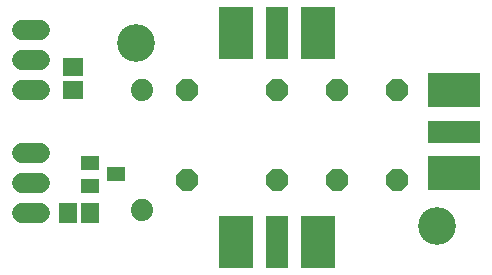
<source format=gbr>
G04 EAGLE Gerber RS-274X export*
G75*
%MOMM*%
%FSLAX34Y34*%
%LPD*%
%INSoldermask Bottom*%
%IPPOS*%
%AMOC8*
5,1,8,0,0,1.08239X$1,22.5*%
G01*
%ADD10C,3.203200*%
%ADD11C,1.879600*%
%ADD12R,1.603200X1.203200*%
%ADD13R,1.503200X1.703200*%
%ADD14R,1.803200X1.503200*%
%ADD15C,1.727200*%
%ADD16R,1.981200X4.394200*%
%ADD17R,2.870200X4.394200*%
%ADD18R,4.394200X1.981200*%
%ADD19R,4.394200X2.870200*%
%ADD20P,1.951766X8X202.500000*%
%ADD21P,1.951766X8X22.500000*%


D10*
X109520Y190000D03*
X364520Y35000D03*
D11*
X114300Y48260D03*
X114300Y149860D03*
D12*
X92280Y78740D03*
X70280Y88240D03*
X70280Y69240D03*
D13*
X51460Y45720D03*
X70460Y45720D03*
D14*
X55880Y150020D03*
X55880Y170020D03*
D15*
X27940Y149860D02*
X12700Y149860D01*
X12700Y175260D02*
X27940Y175260D01*
X27940Y200660D02*
X12700Y200660D01*
X12700Y45720D02*
X27940Y45720D01*
X27940Y71120D02*
X12700Y71120D01*
X12700Y96520D02*
X27940Y96520D01*
D16*
X228600Y21154D03*
D17*
X263546Y21154D03*
X193654Y21154D03*
D16*
X228600Y198846D03*
D17*
X193654Y198846D03*
X263546Y198846D03*
D18*
X378846Y115000D03*
D19*
X378846Y149946D03*
X378846Y80054D03*
D20*
X279400Y73660D03*
X330200Y73660D03*
D21*
X228600Y73660D03*
D20*
X152400Y73660D03*
X152400Y149860D03*
D21*
X228600Y149860D03*
X279400Y149860D03*
X330200Y149860D03*
M02*

</source>
